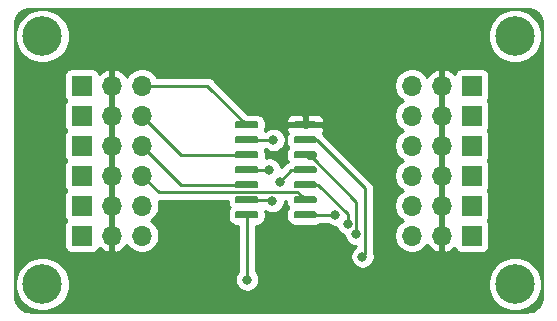
<source format=gtl>
G04 #@! TF.GenerationSoftware,KiCad,Pcbnew,5.1.5+dfsg1-2build2*
G04 #@! TF.CreationDate,2021-02-08T17:23:34+09:00*
G04 #@! TF.ProjectId,v3-pwm-buffer,76332d70-776d-42d6-9275-666665722e6b,rev?*
G04 #@! TF.SameCoordinates,Original*
G04 #@! TF.FileFunction,Copper,L1,Top*
G04 #@! TF.FilePolarity,Positive*
%FSLAX46Y46*%
G04 Gerber Fmt 4.6, Leading zero omitted, Abs format (unit mm)*
G04 Created by KiCad (PCBNEW 5.1.5+dfsg1-2build2) date 2021-02-08 17:23:34*
%MOMM*%
%LPD*%
G04 APERTURE LIST*
%ADD10O,1.700000X1.700000*%
%ADD11R,1.700000X1.700000*%
%ADD12C,0.100000*%
%ADD13C,3.350000*%
%ADD14C,0.800000*%
%ADD15C,0.250000*%
%ADD16C,0.254000*%
G04 APERTURE END LIST*
D10*
X81280000Y-55880000D03*
X83820000Y-55880000D03*
D11*
X86360000Y-55880000D03*
D10*
X81280000Y-53340000D03*
X83820000Y-53340000D03*
D11*
X86360000Y-53340000D03*
D10*
X81280000Y-50800000D03*
X83820000Y-50800000D03*
D11*
X86360000Y-50800000D03*
D10*
X81280000Y-48260000D03*
X83820000Y-48260000D03*
D11*
X86360000Y-48260000D03*
D10*
X81280000Y-45720000D03*
X83820000Y-45720000D03*
D11*
X86360000Y-45720000D03*
D10*
X81280000Y-43180000D03*
X83820000Y-43180000D03*
D11*
X86360000Y-43180000D03*
D10*
X58420000Y-55880000D03*
X55880000Y-55880000D03*
D11*
X53340000Y-55880000D03*
D10*
X58420000Y-53340000D03*
X55880000Y-53340000D03*
D11*
X53340000Y-53340000D03*
D10*
X58420000Y-50800000D03*
X55880000Y-50800000D03*
D11*
X53340000Y-50800000D03*
D10*
X58420000Y-48260000D03*
X55880000Y-48260000D03*
D11*
X53340000Y-48260000D03*
D10*
X58420000Y-45720000D03*
X55880000Y-45720000D03*
D11*
X53340000Y-45720000D03*
D10*
X58420000Y-43180000D03*
X55880000Y-43180000D03*
D11*
X53340000Y-43180000D03*
G04 #@! TA.AperFunction,SMDPad,CuDef*
D12*
G36*
X73079704Y-46215723D02*
G01*
X73094265Y-46217883D01*
X73108544Y-46221460D01*
X73122404Y-46226419D01*
X73135711Y-46232713D01*
X73148337Y-46240281D01*
X73160160Y-46249049D01*
X73171067Y-46258935D01*
X73180953Y-46269842D01*
X73189721Y-46281665D01*
X73197289Y-46294291D01*
X73203583Y-46307598D01*
X73208542Y-46321458D01*
X73212119Y-46335737D01*
X73214279Y-46350298D01*
X73215001Y-46365001D01*
X73215001Y-46665001D01*
X73214279Y-46679704D01*
X73212119Y-46694265D01*
X73208542Y-46708544D01*
X73203583Y-46722404D01*
X73197289Y-46735711D01*
X73189721Y-46748337D01*
X73180953Y-46760160D01*
X73171067Y-46771067D01*
X73160160Y-46780953D01*
X73148337Y-46789721D01*
X73135711Y-46797289D01*
X73122404Y-46803583D01*
X73108544Y-46808542D01*
X73094265Y-46812119D01*
X73079704Y-46814279D01*
X73065001Y-46815001D01*
X71415001Y-46815001D01*
X71400298Y-46814279D01*
X71385737Y-46812119D01*
X71371458Y-46808542D01*
X71357598Y-46803583D01*
X71344291Y-46797289D01*
X71331665Y-46789721D01*
X71319842Y-46780953D01*
X71308935Y-46771067D01*
X71299049Y-46760160D01*
X71290281Y-46748337D01*
X71282713Y-46735711D01*
X71276419Y-46722404D01*
X71271460Y-46708544D01*
X71267883Y-46694265D01*
X71265723Y-46679704D01*
X71265001Y-46665001D01*
X71265001Y-46365001D01*
X71265723Y-46350298D01*
X71267883Y-46335737D01*
X71271460Y-46321458D01*
X71276419Y-46307598D01*
X71282713Y-46294291D01*
X71290281Y-46281665D01*
X71299049Y-46269842D01*
X71308935Y-46258935D01*
X71319842Y-46249049D01*
X71331665Y-46240281D01*
X71344291Y-46232713D01*
X71357598Y-46226419D01*
X71371458Y-46221460D01*
X71385737Y-46217883D01*
X71400298Y-46215723D01*
X71415001Y-46215001D01*
X73065001Y-46215001D01*
X73079704Y-46215723D01*
G37*
G04 #@! TD.AperFunction*
G04 #@! TA.AperFunction,SMDPad,CuDef*
G36*
X73079704Y-47485723D02*
G01*
X73094265Y-47487883D01*
X73108544Y-47491460D01*
X73122404Y-47496419D01*
X73135711Y-47502713D01*
X73148337Y-47510281D01*
X73160160Y-47519049D01*
X73171067Y-47528935D01*
X73180953Y-47539842D01*
X73189721Y-47551665D01*
X73197289Y-47564291D01*
X73203583Y-47577598D01*
X73208542Y-47591458D01*
X73212119Y-47605737D01*
X73214279Y-47620298D01*
X73215001Y-47635001D01*
X73215001Y-47935001D01*
X73214279Y-47949704D01*
X73212119Y-47964265D01*
X73208542Y-47978544D01*
X73203583Y-47992404D01*
X73197289Y-48005711D01*
X73189721Y-48018337D01*
X73180953Y-48030160D01*
X73171067Y-48041067D01*
X73160160Y-48050953D01*
X73148337Y-48059721D01*
X73135711Y-48067289D01*
X73122404Y-48073583D01*
X73108544Y-48078542D01*
X73094265Y-48082119D01*
X73079704Y-48084279D01*
X73065001Y-48085001D01*
X71415001Y-48085001D01*
X71400298Y-48084279D01*
X71385737Y-48082119D01*
X71371458Y-48078542D01*
X71357598Y-48073583D01*
X71344291Y-48067289D01*
X71331665Y-48059721D01*
X71319842Y-48050953D01*
X71308935Y-48041067D01*
X71299049Y-48030160D01*
X71290281Y-48018337D01*
X71282713Y-48005711D01*
X71276419Y-47992404D01*
X71271460Y-47978544D01*
X71267883Y-47964265D01*
X71265723Y-47949704D01*
X71265001Y-47935001D01*
X71265001Y-47635001D01*
X71265723Y-47620298D01*
X71267883Y-47605737D01*
X71271460Y-47591458D01*
X71276419Y-47577598D01*
X71282713Y-47564291D01*
X71290281Y-47551665D01*
X71299049Y-47539842D01*
X71308935Y-47528935D01*
X71319842Y-47519049D01*
X71331665Y-47510281D01*
X71344291Y-47502713D01*
X71357598Y-47496419D01*
X71371458Y-47491460D01*
X71385737Y-47487883D01*
X71400298Y-47485723D01*
X71415001Y-47485001D01*
X73065001Y-47485001D01*
X73079704Y-47485723D01*
G37*
G04 #@! TD.AperFunction*
G04 #@! TA.AperFunction,SMDPad,CuDef*
G36*
X73079704Y-48755723D02*
G01*
X73094265Y-48757883D01*
X73108544Y-48761460D01*
X73122404Y-48766419D01*
X73135711Y-48772713D01*
X73148337Y-48780281D01*
X73160160Y-48789049D01*
X73171067Y-48798935D01*
X73180953Y-48809842D01*
X73189721Y-48821665D01*
X73197289Y-48834291D01*
X73203583Y-48847598D01*
X73208542Y-48861458D01*
X73212119Y-48875737D01*
X73214279Y-48890298D01*
X73215001Y-48905001D01*
X73215001Y-49205001D01*
X73214279Y-49219704D01*
X73212119Y-49234265D01*
X73208542Y-49248544D01*
X73203583Y-49262404D01*
X73197289Y-49275711D01*
X73189721Y-49288337D01*
X73180953Y-49300160D01*
X73171067Y-49311067D01*
X73160160Y-49320953D01*
X73148337Y-49329721D01*
X73135711Y-49337289D01*
X73122404Y-49343583D01*
X73108544Y-49348542D01*
X73094265Y-49352119D01*
X73079704Y-49354279D01*
X73065001Y-49355001D01*
X71415001Y-49355001D01*
X71400298Y-49354279D01*
X71385737Y-49352119D01*
X71371458Y-49348542D01*
X71357598Y-49343583D01*
X71344291Y-49337289D01*
X71331665Y-49329721D01*
X71319842Y-49320953D01*
X71308935Y-49311067D01*
X71299049Y-49300160D01*
X71290281Y-49288337D01*
X71282713Y-49275711D01*
X71276419Y-49262404D01*
X71271460Y-49248544D01*
X71267883Y-49234265D01*
X71265723Y-49219704D01*
X71265001Y-49205001D01*
X71265001Y-48905001D01*
X71265723Y-48890298D01*
X71267883Y-48875737D01*
X71271460Y-48861458D01*
X71276419Y-48847598D01*
X71282713Y-48834291D01*
X71290281Y-48821665D01*
X71299049Y-48809842D01*
X71308935Y-48798935D01*
X71319842Y-48789049D01*
X71331665Y-48780281D01*
X71344291Y-48772713D01*
X71357598Y-48766419D01*
X71371458Y-48761460D01*
X71385737Y-48757883D01*
X71400298Y-48755723D01*
X71415001Y-48755001D01*
X73065001Y-48755001D01*
X73079704Y-48755723D01*
G37*
G04 #@! TD.AperFunction*
G04 #@! TA.AperFunction,SMDPad,CuDef*
G36*
X73079704Y-50025723D02*
G01*
X73094265Y-50027883D01*
X73108544Y-50031460D01*
X73122404Y-50036419D01*
X73135711Y-50042713D01*
X73148337Y-50050281D01*
X73160160Y-50059049D01*
X73171067Y-50068935D01*
X73180953Y-50079842D01*
X73189721Y-50091665D01*
X73197289Y-50104291D01*
X73203583Y-50117598D01*
X73208542Y-50131458D01*
X73212119Y-50145737D01*
X73214279Y-50160298D01*
X73215001Y-50175001D01*
X73215001Y-50475001D01*
X73214279Y-50489704D01*
X73212119Y-50504265D01*
X73208542Y-50518544D01*
X73203583Y-50532404D01*
X73197289Y-50545711D01*
X73189721Y-50558337D01*
X73180953Y-50570160D01*
X73171067Y-50581067D01*
X73160160Y-50590953D01*
X73148337Y-50599721D01*
X73135711Y-50607289D01*
X73122404Y-50613583D01*
X73108544Y-50618542D01*
X73094265Y-50622119D01*
X73079704Y-50624279D01*
X73065001Y-50625001D01*
X71415001Y-50625001D01*
X71400298Y-50624279D01*
X71385737Y-50622119D01*
X71371458Y-50618542D01*
X71357598Y-50613583D01*
X71344291Y-50607289D01*
X71331665Y-50599721D01*
X71319842Y-50590953D01*
X71308935Y-50581067D01*
X71299049Y-50570160D01*
X71290281Y-50558337D01*
X71282713Y-50545711D01*
X71276419Y-50532404D01*
X71271460Y-50518544D01*
X71267883Y-50504265D01*
X71265723Y-50489704D01*
X71265001Y-50475001D01*
X71265001Y-50175001D01*
X71265723Y-50160298D01*
X71267883Y-50145737D01*
X71271460Y-50131458D01*
X71276419Y-50117598D01*
X71282713Y-50104291D01*
X71290281Y-50091665D01*
X71299049Y-50079842D01*
X71308935Y-50068935D01*
X71319842Y-50059049D01*
X71331665Y-50050281D01*
X71344291Y-50042713D01*
X71357598Y-50036419D01*
X71371458Y-50031460D01*
X71385737Y-50027883D01*
X71400298Y-50025723D01*
X71415001Y-50025001D01*
X73065001Y-50025001D01*
X73079704Y-50025723D01*
G37*
G04 #@! TD.AperFunction*
G04 #@! TA.AperFunction,SMDPad,CuDef*
G36*
X73079704Y-51295723D02*
G01*
X73094265Y-51297883D01*
X73108544Y-51301460D01*
X73122404Y-51306419D01*
X73135711Y-51312713D01*
X73148337Y-51320281D01*
X73160160Y-51329049D01*
X73171067Y-51338935D01*
X73180953Y-51349842D01*
X73189721Y-51361665D01*
X73197289Y-51374291D01*
X73203583Y-51387598D01*
X73208542Y-51401458D01*
X73212119Y-51415737D01*
X73214279Y-51430298D01*
X73215001Y-51445001D01*
X73215001Y-51745001D01*
X73214279Y-51759704D01*
X73212119Y-51774265D01*
X73208542Y-51788544D01*
X73203583Y-51802404D01*
X73197289Y-51815711D01*
X73189721Y-51828337D01*
X73180953Y-51840160D01*
X73171067Y-51851067D01*
X73160160Y-51860953D01*
X73148337Y-51869721D01*
X73135711Y-51877289D01*
X73122404Y-51883583D01*
X73108544Y-51888542D01*
X73094265Y-51892119D01*
X73079704Y-51894279D01*
X73065001Y-51895001D01*
X71415001Y-51895001D01*
X71400298Y-51894279D01*
X71385737Y-51892119D01*
X71371458Y-51888542D01*
X71357598Y-51883583D01*
X71344291Y-51877289D01*
X71331665Y-51869721D01*
X71319842Y-51860953D01*
X71308935Y-51851067D01*
X71299049Y-51840160D01*
X71290281Y-51828337D01*
X71282713Y-51815711D01*
X71276419Y-51802404D01*
X71271460Y-51788544D01*
X71267883Y-51774265D01*
X71265723Y-51759704D01*
X71265001Y-51745001D01*
X71265001Y-51445001D01*
X71265723Y-51430298D01*
X71267883Y-51415737D01*
X71271460Y-51401458D01*
X71276419Y-51387598D01*
X71282713Y-51374291D01*
X71290281Y-51361665D01*
X71299049Y-51349842D01*
X71308935Y-51338935D01*
X71319842Y-51329049D01*
X71331665Y-51320281D01*
X71344291Y-51312713D01*
X71357598Y-51306419D01*
X71371458Y-51301460D01*
X71385737Y-51297883D01*
X71400298Y-51295723D01*
X71415001Y-51295001D01*
X73065001Y-51295001D01*
X73079704Y-51295723D01*
G37*
G04 #@! TD.AperFunction*
G04 #@! TA.AperFunction,SMDPad,CuDef*
G36*
X73079704Y-52565723D02*
G01*
X73094265Y-52567883D01*
X73108544Y-52571460D01*
X73122404Y-52576419D01*
X73135711Y-52582713D01*
X73148337Y-52590281D01*
X73160160Y-52599049D01*
X73171067Y-52608935D01*
X73180953Y-52619842D01*
X73189721Y-52631665D01*
X73197289Y-52644291D01*
X73203583Y-52657598D01*
X73208542Y-52671458D01*
X73212119Y-52685737D01*
X73214279Y-52700298D01*
X73215001Y-52715001D01*
X73215001Y-53015001D01*
X73214279Y-53029704D01*
X73212119Y-53044265D01*
X73208542Y-53058544D01*
X73203583Y-53072404D01*
X73197289Y-53085711D01*
X73189721Y-53098337D01*
X73180953Y-53110160D01*
X73171067Y-53121067D01*
X73160160Y-53130953D01*
X73148337Y-53139721D01*
X73135711Y-53147289D01*
X73122404Y-53153583D01*
X73108544Y-53158542D01*
X73094265Y-53162119D01*
X73079704Y-53164279D01*
X73065001Y-53165001D01*
X71415001Y-53165001D01*
X71400298Y-53164279D01*
X71385737Y-53162119D01*
X71371458Y-53158542D01*
X71357598Y-53153583D01*
X71344291Y-53147289D01*
X71331665Y-53139721D01*
X71319842Y-53130953D01*
X71308935Y-53121067D01*
X71299049Y-53110160D01*
X71290281Y-53098337D01*
X71282713Y-53085711D01*
X71276419Y-53072404D01*
X71271460Y-53058544D01*
X71267883Y-53044265D01*
X71265723Y-53029704D01*
X71265001Y-53015001D01*
X71265001Y-52715001D01*
X71265723Y-52700298D01*
X71267883Y-52685737D01*
X71271460Y-52671458D01*
X71276419Y-52657598D01*
X71282713Y-52644291D01*
X71290281Y-52631665D01*
X71299049Y-52619842D01*
X71308935Y-52608935D01*
X71319842Y-52599049D01*
X71331665Y-52590281D01*
X71344291Y-52582713D01*
X71357598Y-52576419D01*
X71371458Y-52571460D01*
X71385737Y-52567883D01*
X71400298Y-52565723D01*
X71415001Y-52565001D01*
X73065001Y-52565001D01*
X73079704Y-52565723D01*
G37*
G04 #@! TD.AperFunction*
G04 #@! TA.AperFunction,SMDPad,CuDef*
G36*
X73079704Y-53835723D02*
G01*
X73094265Y-53837883D01*
X73108544Y-53841460D01*
X73122404Y-53846419D01*
X73135711Y-53852713D01*
X73148337Y-53860281D01*
X73160160Y-53869049D01*
X73171067Y-53878935D01*
X73180953Y-53889842D01*
X73189721Y-53901665D01*
X73197289Y-53914291D01*
X73203583Y-53927598D01*
X73208542Y-53941458D01*
X73212119Y-53955737D01*
X73214279Y-53970298D01*
X73215001Y-53985001D01*
X73215001Y-54285001D01*
X73214279Y-54299704D01*
X73212119Y-54314265D01*
X73208542Y-54328544D01*
X73203583Y-54342404D01*
X73197289Y-54355711D01*
X73189721Y-54368337D01*
X73180953Y-54380160D01*
X73171067Y-54391067D01*
X73160160Y-54400953D01*
X73148337Y-54409721D01*
X73135711Y-54417289D01*
X73122404Y-54423583D01*
X73108544Y-54428542D01*
X73094265Y-54432119D01*
X73079704Y-54434279D01*
X73065001Y-54435001D01*
X71415001Y-54435001D01*
X71400298Y-54434279D01*
X71385737Y-54432119D01*
X71371458Y-54428542D01*
X71357598Y-54423583D01*
X71344291Y-54417289D01*
X71331665Y-54409721D01*
X71319842Y-54400953D01*
X71308935Y-54391067D01*
X71299049Y-54380160D01*
X71290281Y-54368337D01*
X71282713Y-54355711D01*
X71276419Y-54342404D01*
X71271460Y-54328544D01*
X71267883Y-54314265D01*
X71265723Y-54299704D01*
X71265001Y-54285001D01*
X71265001Y-53985001D01*
X71265723Y-53970298D01*
X71267883Y-53955737D01*
X71271460Y-53941458D01*
X71276419Y-53927598D01*
X71282713Y-53914291D01*
X71290281Y-53901665D01*
X71299049Y-53889842D01*
X71308935Y-53878935D01*
X71319842Y-53869049D01*
X71331665Y-53860281D01*
X71344291Y-53852713D01*
X71357598Y-53846419D01*
X71371458Y-53841460D01*
X71385737Y-53837883D01*
X71400298Y-53835723D01*
X71415001Y-53835001D01*
X73065001Y-53835001D01*
X73079704Y-53835723D01*
G37*
G04 #@! TD.AperFunction*
G04 #@! TA.AperFunction,SMDPad,CuDef*
G36*
X68129704Y-53835723D02*
G01*
X68144265Y-53837883D01*
X68158544Y-53841460D01*
X68172404Y-53846419D01*
X68185711Y-53852713D01*
X68198337Y-53860281D01*
X68210160Y-53869049D01*
X68221067Y-53878935D01*
X68230953Y-53889842D01*
X68239721Y-53901665D01*
X68247289Y-53914291D01*
X68253583Y-53927598D01*
X68258542Y-53941458D01*
X68262119Y-53955737D01*
X68264279Y-53970298D01*
X68265001Y-53985001D01*
X68265001Y-54285001D01*
X68264279Y-54299704D01*
X68262119Y-54314265D01*
X68258542Y-54328544D01*
X68253583Y-54342404D01*
X68247289Y-54355711D01*
X68239721Y-54368337D01*
X68230953Y-54380160D01*
X68221067Y-54391067D01*
X68210160Y-54400953D01*
X68198337Y-54409721D01*
X68185711Y-54417289D01*
X68172404Y-54423583D01*
X68158544Y-54428542D01*
X68144265Y-54432119D01*
X68129704Y-54434279D01*
X68115001Y-54435001D01*
X66465001Y-54435001D01*
X66450298Y-54434279D01*
X66435737Y-54432119D01*
X66421458Y-54428542D01*
X66407598Y-54423583D01*
X66394291Y-54417289D01*
X66381665Y-54409721D01*
X66369842Y-54400953D01*
X66358935Y-54391067D01*
X66349049Y-54380160D01*
X66340281Y-54368337D01*
X66332713Y-54355711D01*
X66326419Y-54342404D01*
X66321460Y-54328544D01*
X66317883Y-54314265D01*
X66315723Y-54299704D01*
X66315001Y-54285001D01*
X66315001Y-53985001D01*
X66315723Y-53970298D01*
X66317883Y-53955737D01*
X66321460Y-53941458D01*
X66326419Y-53927598D01*
X66332713Y-53914291D01*
X66340281Y-53901665D01*
X66349049Y-53889842D01*
X66358935Y-53878935D01*
X66369842Y-53869049D01*
X66381665Y-53860281D01*
X66394291Y-53852713D01*
X66407598Y-53846419D01*
X66421458Y-53841460D01*
X66435737Y-53837883D01*
X66450298Y-53835723D01*
X66465001Y-53835001D01*
X68115001Y-53835001D01*
X68129704Y-53835723D01*
G37*
G04 #@! TD.AperFunction*
G04 #@! TA.AperFunction,SMDPad,CuDef*
G36*
X68129704Y-52565723D02*
G01*
X68144265Y-52567883D01*
X68158544Y-52571460D01*
X68172404Y-52576419D01*
X68185711Y-52582713D01*
X68198337Y-52590281D01*
X68210160Y-52599049D01*
X68221067Y-52608935D01*
X68230953Y-52619842D01*
X68239721Y-52631665D01*
X68247289Y-52644291D01*
X68253583Y-52657598D01*
X68258542Y-52671458D01*
X68262119Y-52685737D01*
X68264279Y-52700298D01*
X68265001Y-52715001D01*
X68265001Y-53015001D01*
X68264279Y-53029704D01*
X68262119Y-53044265D01*
X68258542Y-53058544D01*
X68253583Y-53072404D01*
X68247289Y-53085711D01*
X68239721Y-53098337D01*
X68230953Y-53110160D01*
X68221067Y-53121067D01*
X68210160Y-53130953D01*
X68198337Y-53139721D01*
X68185711Y-53147289D01*
X68172404Y-53153583D01*
X68158544Y-53158542D01*
X68144265Y-53162119D01*
X68129704Y-53164279D01*
X68115001Y-53165001D01*
X66465001Y-53165001D01*
X66450298Y-53164279D01*
X66435737Y-53162119D01*
X66421458Y-53158542D01*
X66407598Y-53153583D01*
X66394291Y-53147289D01*
X66381665Y-53139721D01*
X66369842Y-53130953D01*
X66358935Y-53121067D01*
X66349049Y-53110160D01*
X66340281Y-53098337D01*
X66332713Y-53085711D01*
X66326419Y-53072404D01*
X66321460Y-53058544D01*
X66317883Y-53044265D01*
X66315723Y-53029704D01*
X66315001Y-53015001D01*
X66315001Y-52715001D01*
X66315723Y-52700298D01*
X66317883Y-52685737D01*
X66321460Y-52671458D01*
X66326419Y-52657598D01*
X66332713Y-52644291D01*
X66340281Y-52631665D01*
X66349049Y-52619842D01*
X66358935Y-52608935D01*
X66369842Y-52599049D01*
X66381665Y-52590281D01*
X66394291Y-52582713D01*
X66407598Y-52576419D01*
X66421458Y-52571460D01*
X66435737Y-52567883D01*
X66450298Y-52565723D01*
X66465001Y-52565001D01*
X68115001Y-52565001D01*
X68129704Y-52565723D01*
G37*
G04 #@! TD.AperFunction*
G04 #@! TA.AperFunction,SMDPad,CuDef*
G36*
X68129704Y-51295723D02*
G01*
X68144265Y-51297883D01*
X68158544Y-51301460D01*
X68172404Y-51306419D01*
X68185711Y-51312713D01*
X68198337Y-51320281D01*
X68210160Y-51329049D01*
X68221067Y-51338935D01*
X68230953Y-51349842D01*
X68239721Y-51361665D01*
X68247289Y-51374291D01*
X68253583Y-51387598D01*
X68258542Y-51401458D01*
X68262119Y-51415737D01*
X68264279Y-51430298D01*
X68265001Y-51445001D01*
X68265001Y-51745001D01*
X68264279Y-51759704D01*
X68262119Y-51774265D01*
X68258542Y-51788544D01*
X68253583Y-51802404D01*
X68247289Y-51815711D01*
X68239721Y-51828337D01*
X68230953Y-51840160D01*
X68221067Y-51851067D01*
X68210160Y-51860953D01*
X68198337Y-51869721D01*
X68185711Y-51877289D01*
X68172404Y-51883583D01*
X68158544Y-51888542D01*
X68144265Y-51892119D01*
X68129704Y-51894279D01*
X68115001Y-51895001D01*
X66465001Y-51895001D01*
X66450298Y-51894279D01*
X66435737Y-51892119D01*
X66421458Y-51888542D01*
X66407598Y-51883583D01*
X66394291Y-51877289D01*
X66381665Y-51869721D01*
X66369842Y-51860953D01*
X66358935Y-51851067D01*
X66349049Y-51840160D01*
X66340281Y-51828337D01*
X66332713Y-51815711D01*
X66326419Y-51802404D01*
X66321460Y-51788544D01*
X66317883Y-51774265D01*
X66315723Y-51759704D01*
X66315001Y-51745001D01*
X66315001Y-51445001D01*
X66315723Y-51430298D01*
X66317883Y-51415737D01*
X66321460Y-51401458D01*
X66326419Y-51387598D01*
X66332713Y-51374291D01*
X66340281Y-51361665D01*
X66349049Y-51349842D01*
X66358935Y-51338935D01*
X66369842Y-51329049D01*
X66381665Y-51320281D01*
X66394291Y-51312713D01*
X66407598Y-51306419D01*
X66421458Y-51301460D01*
X66435737Y-51297883D01*
X66450298Y-51295723D01*
X66465001Y-51295001D01*
X68115001Y-51295001D01*
X68129704Y-51295723D01*
G37*
G04 #@! TD.AperFunction*
G04 #@! TA.AperFunction,SMDPad,CuDef*
G36*
X68129704Y-50025723D02*
G01*
X68144265Y-50027883D01*
X68158544Y-50031460D01*
X68172404Y-50036419D01*
X68185711Y-50042713D01*
X68198337Y-50050281D01*
X68210160Y-50059049D01*
X68221067Y-50068935D01*
X68230953Y-50079842D01*
X68239721Y-50091665D01*
X68247289Y-50104291D01*
X68253583Y-50117598D01*
X68258542Y-50131458D01*
X68262119Y-50145737D01*
X68264279Y-50160298D01*
X68265001Y-50175001D01*
X68265001Y-50475001D01*
X68264279Y-50489704D01*
X68262119Y-50504265D01*
X68258542Y-50518544D01*
X68253583Y-50532404D01*
X68247289Y-50545711D01*
X68239721Y-50558337D01*
X68230953Y-50570160D01*
X68221067Y-50581067D01*
X68210160Y-50590953D01*
X68198337Y-50599721D01*
X68185711Y-50607289D01*
X68172404Y-50613583D01*
X68158544Y-50618542D01*
X68144265Y-50622119D01*
X68129704Y-50624279D01*
X68115001Y-50625001D01*
X66465001Y-50625001D01*
X66450298Y-50624279D01*
X66435737Y-50622119D01*
X66421458Y-50618542D01*
X66407598Y-50613583D01*
X66394291Y-50607289D01*
X66381665Y-50599721D01*
X66369842Y-50590953D01*
X66358935Y-50581067D01*
X66349049Y-50570160D01*
X66340281Y-50558337D01*
X66332713Y-50545711D01*
X66326419Y-50532404D01*
X66321460Y-50518544D01*
X66317883Y-50504265D01*
X66315723Y-50489704D01*
X66315001Y-50475001D01*
X66315001Y-50175001D01*
X66315723Y-50160298D01*
X66317883Y-50145737D01*
X66321460Y-50131458D01*
X66326419Y-50117598D01*
X66332713Y-50104291D01*
X66340281Y-50091665D01*
X66349049Y-50079842D01*
X66358935Y-50068935D01*
X66369842Y-50059049D01*
X66381665Y-50050281D01*
X66394291Y-50042713D01*
X66407598Y-50036419D01*
X66421458Y-50031460D01*
X66435737Y-50027883D01*
X66450298Y-50025723D01*
X66465001Y-50025001D01*
X68115001Y-50025001D01*
X68129704Y-50025723D01*
G37*
G04 #@! TD.AperFunction*
G04 #@! TA.AperFunction,SMDPad,CuDef*
G36*
X68129704Y-48755723D02*
G01*
X68144265Y-48757883D01*
X68158544Y-48761460D01*
X68172404Y-48766419D01*
X68185711Y-48772713D01*
X68198337Y-48780281D01*
X68210160Y-48789049D01*
X68221067Y-48798935D01*
X68230953Y-48809842D01*
X68239721Y-48821665D01*
X68247289Y-48834291D01*
X68253583Y-48847598D01*
X68258542Y-48861458D01*
X68262119Y-48875737D01*
X68264279Y-48890298D01*
X68265001Y-48905001D01*
X68265001Y-49205001D01*
X68264279Y-49219704D01*
X68262119Y-49234265D01*
X68258542Y-49248544D01*
X68253583Y-49262404D01*
X68247289Y-49275711D01*
X68239721Y-49288337D01*
X68230953Y-49300160D01*
X68221067Y-49311067D01*
X68210160Y-49320953D01*
X68198337Y-49329721D01*
X68185711Y-49337289D01*
X68172404Y-49343583D01*
X68158544Y-49348542D01*
X68144265Y-49352119D01*
X68129704Y-49354279D01*
X68115001Y-49355001D01*
X66465001Y-49355001D01*
X66450298Y-49354279D01*
X66435737Y-49352119D01*
X66421458Y-49348542D01*
X66407598Y-49343583D01*
X66394291Y-49337289D01*
X66381665Y-49329721D01*
X66369842Y-49320953D01*
X66358935Y-49311067D01*
X66349049Y-49300160D01*
X66340281Y-49288337D01*
X66332713Y-49275711D01*
X66326419Y-49262404D01*
X66321460Y-49248544D01*
X66317883Y-49234265D01*
X66315723Y-49219704D01*
X66315001Y-49205001D01*
X66315001Y-48905001D01*
X66315723Y-48890298D01*
X66317883Y-48875737D01*
X66321460Y-48861458D01*
X66326419Y-48847598D01*
X66332713Y-48834291D01*
X66340281Y-48821665D01*
X66349049Y-48809842D01*
X66358935Y-48798935D01*
X66369842Y-48789049D01*
X66381665Y-48780281D01*
X66394291Y-48772713D01*
X66407598Y-48766419D01*
X66421458Y-48761460D01*
X66435737Y-48757883D01*
X66450298Y-48755723D01*
X66465001Y-48755001D01*
X68115001Y-48755001D01*
X68129704Y-48755723D01*
G37*
G04 #@! TD.AperFunction*
G04 #@! TA.AperFunction,SMDPad,CuDef*
G36*
X68129704Y-47485723D02*
G01*
X68144265Y-47487883D01*
X68158544Y-47491460D01*
X68172404Y-47496419D01*
X68185711Y-47502713D01*
X68198337Y-47510281D01*
X68210160Y-47519049D01*
X68221067Y-47528935D01*
X68230953Y-47539842D01*
X68239721Y-47551665D01*
X68247289Y-47564291D01*
X68253583Y-47577598D01*
X68258542Y-47591458D01*
X68262119Y-47605737D01*
X68264279Y-47620298D01*
X68265001Y-47635001D01*
X68265001Y-47935001D01*
X68264279Y-47949704D01*
X68262119Y-47964265D01*
X68258542Y-47978544D01*
X68253583Y-47992404D01*
X68247289Y-48005711D01*
X68239721Y-48018337D01*
X68230953Y-48030160D01*
X68221067Y-48041067D01*
X68210160Y-48050953D01*
X68198337Y-48059721D01*
X68185711Y-48067289D01*
X68172404Y-48073583D01*
X68158544Y-48078542D01*
X68144265Y-48082119D01*
X68129704Y-48084279D01*
X68115001Y-48085001D01*
X66465001Y-48085001D01*
X66450298Y-48084279D01*
X66435737Y-48082119D01*
X66421458Y-48078542D01*
X66407598Y-48073583D01*
X66394291Y-48067289D01*
X66381665Y-48059721D01*
X66369842Y-48050953D01*
X66358935Y-48041067D01*
X66349049Y-48030160D01*
X66340281Y-48018337D01*
X66332713Y-48005711D01*
X66326419Y-47992404D01*
X66321460Y-47978544D01*
X66317883Y-47964265D01*
X66315723Y-47949704D01*
X66315001Y-47935001D01*
X66315001Y-47635001D01*
X66315723Y-47620298D01*
X66317883Y-47605737D01*
X66321460Y-47591458D01*
X66326419Y-47577598D01*
X66332713Y-47564291D01*
X66340281Y-47551665D01*
X66349049Y-47539842D01*
X66358935Y-47528935D01*
X66369842Y-47519049D01*
X66381665Y-47510281D01*
X66394291Y-47502713D01*
X66407598Y-47496419D01*
X66421458Y-47491460D01*
X66435737Y-47487883D01*
X66450298Y-47485723D01*
X66465001Y-47485001D01*
X68115001Y-47485001D01*
X68129704Y-47485723D01*
G37*
G04 #@! TD.AperFunction*
G04 #@! TA.AperFunction,SMDPad,CuDef*
G36*
X68129704Y-46215723D02*
G01*
X68144265Y-46217883D01*
X68158544Y-46221460D01*
X68172404Y-46226419D01*
X68185711Y-46232713D01*
X68198337Y-46240281D01*
X68210160Y-46249049D01*
X68221067Y-46258935D01*
X68230953Y-46269842D01*
X68239721Y-46281665D01*
X68247289Y-46294291D01*
X68253583Y-46307598D01*
X68258542Y-46321458D01*
X68262119Y-46335737D01*
X68264279Y-46350298D01*
X68265001Y-46365001D01*
X68265001Y-46665001D01*
X68264279Y-46679704D01*
X68262119Y-46694265D01*
X68258542Y-46708544D01*
X68253583Y-46722404D01*
X68247289Y-46735711D01*
X68239721Y-46748337D01*
X68230953Y-46760160D01*
X68221067Y-46771067D01*
X68210160Y-46780953D01*
X68198337Y-46789721D01*
X68185711Y-46797289D01*
X68172404Y-46803583D01*
X68158544Y-46808542D01*
X68144265Y-46812119D01*
X68129704Y-46814279D01*
X68115001Y-46815001D01*
X66465001Y-46815001D01*
X66450298Y-46814279D01*
X66435737Y-46812119D01*
X66421458Y-46808542D01*
X66407598Y-46803583D01*
X66394291Y-46797289D01*
X66381665Y-46789721D01*
X66369842Y-46780953D01*
X66358935Y-46771067D01*
X66349049Y-46760160D01*
X66340281Y-46748337D01*
X66332713Y-46735711D01*
X66326419Y-46722404D01*
X66321460Y-46708544D01*
X66317883Y-46694265D01*
X66315723Y-46679704D01*
X66315001Y-46665001D01*
X66315001Y-46365001D01*
X66315723Y-46350298D01*
X66317883Y-46335737D01*
X66321460Y-46321458D01*
X66326419Y-46307598D01*
X66332713Y-46294291D01*
X66340281Y-46281665D01*
X66349049Y-46269842D01*
X66358935Y-46258935D01*
X66369842Y-46249049D01*
X66381665Y-46240281D01*
X66394291Y-46232713D01*
X66407598Y-46226419D01*
X66421458Y-46221460D01*
X66435737Y-46217883D01*
X66450298Y-46215723D01*
X66465001Y-46215001D01*
X68115001Y-46215001D01*
X68129704Y-46215723D01*
G37*
G04 #@! TD.AperFunction*
D13*
X90000000Y-39000000D03*
X90000000Y-60000000D03*
X50000000Y-39000000D03*
X50000000Y-60000000D03*
D14*
X67335400Y-59613800D03*
X70104000Y-51308000D03*
X77089000Y-57658000D03*
X69562999Y-47785001D03*
X69215000Y-50292000D03*
X69469000Y-52959000D03*
X74803000Y-54102000D03*
X75856000Y-54864000D03*
X76581000Y-55753000D03*
D15*
X63955000Y-43180000D02*
X67290001Y-46515001D01*
X58420000Y-43180000D02*
X63955000Y-43180000D01*
X67290001Y-54435001D02*
X67310000Y-54455000D01*
X67290001Y-54135001D02*
X67290001Y-54435001D01*
X67310000Y-59588400D02*
X67335400Y-59613800D01*
X67310000Y-54455000D02*
X67310000Y-59588400D01*
X61755001Y-49055001D02*
X67290001Y-49055001D01*
X58420000Y-45720000D02*
X61755001Y-49055001D01*
X61755001Y-51595001D02*
X67290001Y-51595001D01*
X58420000Y-48260000D02*
X61755001Y-51595001D01*
X71940001Y-52565001D02*
X72240001Y-52865001D01*
X71595011Y-52220011D02*
X71940001Y-52565001D01*
X59840011Y-52220011D02*
X71595011Y-52220011D01*
X58420000Y-50800000D02*
X59840011Y-52220011D01*
X72240001Y-50325001D02*
X71086999Y-50325001D01*
X71086999Y-50325001D02*
X70104000Y-51308000D01*
X77306001Y-51876001D02*
X77306001Y-57440999D01*
X73215001Y-47785001D02*
X77306001Y-51876001D01*
X77306001Y-57440999D02*
X77089000Y-57658000D01*
X72240001Y-47785001D02*
X73215001Y-47785001D01*
X67290001Y-47785001D02*
X69562999Y-47785001D01*
X69181999Y-50325001D02*
X69215000Y-50292000D01*
X67290001Y-50325001D02*
X69181999Y-50325001D01*
X67290001Y-52865001D02*
X69375001Y-52865001D01*
X69375001Y-52916769D02*
X69417232Y-52959000D01*
X69417232Y-52959000D02*
X69469000Y-52959000D01*
X69375001Y-52865001D02*
X69375001Y-52916769D01*
X73248002Y-54102000D02*
X74803000Y-54102000D01*
X73215001Y-54135001D02*
X73248002Y-54102000D01*
X72240001Y-54135001D02*
X73215001Y-54135001D01*
X75856000Y-54081998D02*
X75856000Y-54864000D01*
X73369003Y-51595001D02*
X75856000Y-54081998D01*
X72240001Y-51595001D02*
X73369003Y-51595001D01*
X72916769Y-49355001D02*
X76581000Y-53019232D01*
X72540001Y-49355001D02*
X72916769Y-49355001D01*
X72240001Y-49055001D02*
X72540001Y-49355001D01*
X76581000Y-53019232D02*
X76581000Y-55753000D01*
D16*
G36*
X91259659Y-36688625D02*
G01*
X91509429Y-36764035D01*
X91739792Y-36886522D01*
X91941980Y-37051422D01*
X92108286Y-37252450D01*
X92232378Y-37481954D01*
X92309531Y-37731195D01*
X92340000Y-38021089D01*
X92340001Y-60967711D01*
X92311375Y-61259660D01*
X92235965Y-61509429D01*
X92113477Y-61739794D01*
X91948579Y-61941979D01*
X91747546Y-62108288D01*
X91518046Y-62232378D01*
X91268805Y-62309531D01*
X90978911Y-62340000D01*
X49032279Y-62340000D01*
X48740340Y-62311375D01*
X48490571Y-62235965D01*
X48260206Y-62113477D01*
X48058021Y-61948579D01*
X47891712Y-61747546D01*
X47767622Y-61518046D01*
X47690469Y-61268805D01*
X47660000Y-60978911D01*
X47660000Y-59772485D01*
X47690000Y-59772485D01*
X47690000Y-60227515D01*
X47778772Y-60673802D01*
X47952905Y-61094195D01*
X48205706Y-61472539D01*
X48527461Y-61794294D01*
X48905805Y-62047095D01*
X49326198Y-62221228D01*
X49772485Y-62310000D01*
X50227515Y-62310000D01*
X50673802Y-62221228D01*
X51094195Y-62047095D01*
X51472539Y-61794294D01*
X51794294Y-61472539D01*
X52047095Y-61094195D01*
X52221228Y-60673802D01*
X52310000Y-60227515D01*
X52310000Y-59772485D01*
X52221228Y-59326198D01*
X52047095Y-58905805D01*
X51794294Y-58527461D01*
X51472539Y-58205706D01*
X51094195Y-57952905D01*
X50673802Y-57778772D01*
X50227515Y-57690000D01*
X49772485Y-57690000D01*
X49326198Y-57778772D01*
X48905805Y-57952905D01*
X48527461Y-58205706D01*
X48205706Y-58527461D01*
X47952905Y-58905805D01*
X47778772Y-59326198D01*
X47690000Y-59772485D01*
X47660000Y-59772485D01*
X47660000Y-42330000D01*
X51851928Y-42330000D01*
X51851928Y-44030000D01*
X51864188Y-44154482D01*
X51900498Y-44274180D01*
X51959463Y-44384494D01*
X52013222Y-44450000D01*
X51959463Y-44515506D01*
X51900498Y-44625820D01*
X51864188Y-44745518D01*
X51851928Y-44870000D01*
X51851928Y-46570000D01*
X51864188Y-46694482D01*
X51900498Y-46814180D01*
X51959463Y-46924494D01*
X52013222Y-46990000D01*
X51959463Y-47055506D01*
X51900498Y-47165820D01*
X51864188Y-47285518D01*
X51851928Y-47410000D01*
X51851928Y-49110000D01*
X51864188Y-49234482D01*
X51900498Y-49354180D01*
X51959463Y-49464494D01*
X52013222Y-49530000D01*
X51959463Y-49595506D01*
X51900498Y-49705820D01*
X51864188Y-49825518D01*
X51851928Y-49950000D01*
X51851928Y-51650000D01*
X51864188Y-51774482D01*
X51900498Y-51894180D01*
X51959463Y-52004494D01*
X52013222Y-52070000D01*
X51959463Y-52135506D01*
X51900498Y-52245820D01*
X51864188Y-52365518D01*
X51851928Y-52490000D01*
X51851928Y-54190000D01*
X51864188Y-54314482D01*
X51900498Y-54434180D01*
X51959463Y-54544494D01*
X52013222Y-54610000D01*
X51959463Y-54675506D01*
X51900498Y-54785820D01*
X51864188Y-54905518D01*
X51851928Y-55030000D01*
X51851928Y-56730000D01*
X51864188Y-56854482D01*
X51900498Y-56974180D01*
X51959463Y-57084494D01*
X52038815Y-57181185D01*
X52135506Y-57260537D01*
X52245820Y-57319502D01*
X52365518Y-57355812D01*
X52490000Y-57368072D01*
X54190000Y-57368072D01*
X54314482Y-57355812D01*
X54434180Y-57319502D01*
X54544494Y-57260537D01*
X54641185Y-57181185D01*
X54720537Y-57084494D01*
X54779502Y-56974180D01*
X54803966Y-56893534D01*
X54879731Y-56977588D01*
X55113080Y-57151641D01*
X55375901Y-57276825D01*
X55523110Y-57321476D01*
X55753000Y-57200155D01*
X55753000Y-56007000D01*
X55733000Y-56007000D01*
X55733000Y-55753000D01*
X55753000Y-55753000D01*
X55753000Y-53467000D01*
X55733000Y-53467000D01*
X55733000Y-53213000D01*
X55753000Y-53213000D01*
X55753000Y-50927000D01*
X55733000Y-50927000D01*
X55733000Y-50673000D01*
X55753000Y-50673000D01*
X55753000Y-48387000D01*
X55733000Y-48387000D01*
X55733000Y-48133000D01*
X55753000Y-48133000D01*
X55753000Y-45847000D01*
X55733000Y-45847000D01*
X55733000Y-45593000D01*
X55753000Y-45593000D01*
X55753000Y-43307000D01*
X55733000Y-43307000D01*
X55733000Y-43053000D01*
X55753000Y-43053000D01*
X55753000Y-41859845D01*
X56007000Y-41859845D01*
X56007000Y-43053000D01*
X56027000Y-43053000D01*
X56027000Y-43307000D01*
X56007000Y-43307000D01*
X56007000Y-45593000D01*
X56027000Y-45593000D01*
X56027000Y-45847000D01*
X56007000Y-45847000D01*
X56007000Y-48133000D01*
X56027000Y-48133000D01*
X56027000Y-48387000D01*
X56007000Y-48387000D01*
X56007000Y-50673000D01*
X56027000Y-50673000D01*
X56027000Y-50927000D01*
X56007000Y-50927000D01*
X56007000Y-53213000D01*
X56027000Y-53213000D01*
X56027000Y-53467000D01*
X56007000Y-53467000D01*
X56007000Y-55753000D01*
X56027000Y-55753000D01*
X56027000Y-56007000D01*
X56007000Y-56007000D01*
X56007000Y-57200155D01*
X56236890Y-57321476D01*
X56384099Y-57276825D01*
X56646920Y-57151641D01*
X56880269Y-56977588D01*
X57075178Y-56761355D01*
X57144805Y-56644466D01*
X57266525Y-56826632D01*
X57473368Y-57033475D01*
X57716589Y-57195990D01*
X57986842Y-57307932D01*
X58273740Y-57365000D01*
X58566260Y-57365000D01*
X58853158Y-57307932D01*
X59123411Y-57195990D01*
X59366632Y-57033475D01*
X59573475Y-56826632D01*
X59735990Y-56583411D01*
X59847932Y-56313158D01*
X59905000Y-56026260D01*
X59905000Y-55733740D01*
X59847932Y-55446842D01*
X59735990Y-55176589D01*
X59573475Y-54933368D01*
X59366632Y-54726525D01*
X59192240Y-54610000D01*
X59366632Y-54493475D01*
X59573475Y-54286632D01*
X59735990Y-54043411D01*
X59847932Y-53773158D01*
X59905000Y-53486260D01*
X59905000Y-53193740D01*
X59862772Y-52981445D01*
X59877334Y-52980011D01*
X65676929Y-52980011D01*
X65676929Y-53015001D01*
X65692072Y-53168746D01*
X65736917Y-53316583D01*
X65809743Y-53452830D01*
X65848455Y-53500001D01*
X65809743Y-53547172D01*
X65736917Y-53683419D01*
X65692072Y-53831256D01*
X65676929Y-53985001D01*
X65676929Y-54285001D01*
X65692072Y-54438746D01*
X65736917Y-54586583D01*
X65809743Y-54722830D01*
X65907750Y-54842252D01*
X66027172Y-54940259D01*
X66163419Y-55013085D01*
X66311256Y-55057930D01*
X66465001Y-55073073D01*
X66550000Y-55073073D01*
X66550001Y-58935488D01*
X66531463Y-58954026D01*
X66418195Y-59123544D01*
X66340174Y-59311902D01*
X66300400Y-59511861D01*
X66300400Y-59715739D01*
X66340174Y-59915698D01*
X66418195Y-60104056D01*
X66531463Y-60273574D01*
X66675626Y-60417737D01*
X66845144Y-60531005D01*
X67033502Y-60609026D01*
X67233461Y-60648800D01*
X67437339Y-60648800D01*
X67637298Y-60609026D01*
X67825656Y-60531005D01*
X67995174Y-60417737D01*
X68139337Y-60273574D01*
X68252605Y-60104056D01*
X68330626Y-59915698D01*
X68359112Y-59772485D01*
X87690000Y-59772485D01*
X87690000Y-60227515D01*
X87778772Y-60673802D01*
X87952905Y-61094195D01*
X88205706Y-61472539D01*
X88527461Y-61794294D01*
X88905805Y-62047095D01*
X89326198Y-62221228D01*
X89772485Y-62310000D01*
X90227515Y-62310000D01*
X90673802Y-62221228D01*
X91094195Y-62047095D01*
X91472539Y-61794294D01*
X91794294Y-61472539D01*
X92047095Y-61094195D01*
X92221228Y-60673802D01*
X92310000Y-60227515D01*
X92310000Y-59772485D01*
X92221228Y-59326198D01*
X92047095Y-58905805D01*
X91794294Y-58527461D01*
X91472539Y-58205706D01*
X91094195Y-57952905D01*
X90673802Y-57778772D01*
X90227515Y-57690000D01*
X89772485Y-57690000D01*
X89326198Y-57778772D01*
X88905805Y-57952905D01*
X88527461Y-58205706D01*
X88205706Y-58527461D01*
X87952905Y-58905805D01*
X87778772Y-59326198D01*
X87690000Y-59772485D01*
X68359112Y-59772485D01*
X68370400Y-59715739D01*
X68370400Y-59511861D01*
X68330626Y-59311902D01*
X68252605Y-59123544D01*
X68139337Y-58954026D01*
X68070000Y-58884689D01*
X68070000Y-55073073D01*
X68115001Y-55073073D01*
X68268746Y-55057930D01*
X68416583Y-55013085D01*
X68552830Y-54940259D01*
X68672252Y-54842252D01*
X68770259Y-54722830D01*
X68843085Y-54586583D01*
X68887930Y-54438746D01*
X68903073Y-54285001D01*
X68903073Y-53985001D01*
X68887930Y-53831256D01*
X68881945Y-53811526D01*
X68978744Y-53876205D01*
X69167102Y-53954226D01*
X69367061Y-53994000D01*
X69570939Y-53994000D01*
X69770898Y-53954226D01*
X69959256Y-53876205D01*
X70128774Y-53762937D01*
X70272937Y-53618774D01*
X70386205Y-53449256D01*
X70464226Y-53260898D01*
X70504000Y-53060939D01*
X70504000Y-52980011D01*
X70626929Y-52980011D01*
X70626929Y-53015001D01*
X70642072Y-53168746D01*
X70686917Y-53316583D01*
X70759743Y-53452830D01*
X70798455Y-53500001D01*
X70759743Y-53547172D01*
X70686917Y-53683419D01*
X70642072Y-53831256D01*
X70626929Y-53985001D01*
X70626929Y-54285001D01*
X70642072Y-54438746D01*
X70686917Y-54586583D01*
X70759743Y-54722830D01*
X70857750Y-54842252D01*
X70977172Y-54940259D01*
X71113419Y-55013085D01*
X71261256Y-55057930D01*
X71415001Y-55073073D01*
X73065001Y-55073073D01*
X73218746Y-55057930D01*
X73366583Y-55013085D01*
X73502830Y-54940259D01*
X73598189Y-54862000D01*
X74099289Y-54862000D01*
X74143226Y-54905937D01*
X74312744Y-55019205D01*
X74501102Y-55097226D01*
X74701061Y-55137000D01*
X74855026Y-55137000D01*
X74860774Y-55165898D01*
X74938795Y-55354256D01*
X75052063Y-55523774D01*
X75196226Y-55667937D01*
X75365744Y-55781205D01*
X75546202Y-55855954D01*
X75585774Y-56054898D01*
X75663795Y-56243256D01*
X75777063Y-56412774D01*
X75921226Y-56556937D01*
X76090744Y-56670205D01*
X76279102Y-56748226D01*
X76479061Y-56788000D01*
X76528097Y-56788000D01*
X76429226Y-56854063D01*
X76285063Y-56998226D01*
X76171795Y-57167744D01*
X76093774Y-57356102D01*
X76054000Y-57556061D01*
X76054000Y-57759939D01*
X76093774Y-57959898D01*
X76171795Y-58148256D01*
X76285063Y-58317774D01*
X76429226Y-58461937D01*
X76598744Y-58575205D01*
X76787102Y-58653226D01*
X76987061Y-58693000D01*
X77190939Y-58693000D01*
X77390898Y-58653226D01*
X77579256Y-58575205D01*
X77748774Y-58461937D01*
X77892937Y-58317774D01*
X78006205Y-58148256D01*
X78084226Y-57959898D01*
X78124000Y-57759939D01*
X78124000Y-57556061D01*
X78084226Y-57356102D01*
X78066001Y-57312103D01*
X78066001Y-51913326D01*
X78069677Y-51876001D01*
X78066001Y-51838676D01*
X78066001Y-51838668D01*
X78055004Y-51727015D01*
X78011547Y-51583754D01*
X77940975Y-51451725D01*
X77846002Y-51336000D01*
X77817005Y-51312203D01*
X73778805Y-47274004D01*
X73755002Y-47245000D01*
X73738651Y-47231581D01*
X73721271Y-47199065D01*
X73745538Y-47169495D01*
X73804503Y-47059181D01*
X73840813Y-46939483D01*
X73853073Y-46815001D01*
X73850001Y-46800751D01*
X73691251Y-46642001D01*
X72367001Y-46642001D01*
X72367001Y-46662001D01*
X72113001Y-46662001D01*
X72113001Y-46642001D01*
X70788751Y-46642001D01*
X70630001Y-46800751D01*
X70626929Y-46815001D01*
X70639189Y-46939483D01*
X70675499Y-47059181D01*
X70734464Y-47169495D01*
X70758731Y-47199065D01*
X70686917Y-47333419D01*
X70642072Y-47481256D01*
X70626929Y-47635001D01*
X70626929Y-47935001D01*
X70642072Y-48088746D01*
X70686917Y-48236583D01*
X70759743Y-48372830D01*
X70798455Y-48420001D01*
X70759743Y-48467172D01*
X70686917Y-48603419D01*
X70642072Y-48751256D01*
X70626929Y-48905001D01*
X70626929Y-49205001D01*
X70642072Y-49358746D01*
X70686917Y-49506583D01*
X70757805Y-49639204D01*
X70662723Y-49690027D01*
X70546998Y-49785000D01*
X70523200Y-49813998D01*
X70232934Y-50104264D01*
X70210226Y-49990102D01*
X70132205Y-49801744D01*
X70018937Y-49632226D01*
X69874774Y-49488063D01*
X69705256Y-49374795D01*
X69516898Y-49296774D01*
X69316939Y-49257000D01*
X69113061Y-49257000D01*
X68913102Y-49296774D01*
X68893223Y-49305008D01*
X68903073Y-49205001D01*
X68903073Y-48905001D01*
X68887930Y-48751256D01*
X68843085Y-48603419D01*
X68811860Y-48545001D01*
X68859288Y-48545001D01*
X68903225Y-48588938D01*
X69072743Y-48702206D01*
X69261101Y-48780227D01*
X69461060Y-48820001D01*
X69664938Y-48820001D01*
X69864897Y-48780227D01*
X70053255Y-48702206D01*
X70222773Y-48588938D01*
X70366936Y-48444775D01*
X70480204Y-48275257D01*
X70558225Y-48086899D01*
X70597999Y-47886940D01*
X70597999Y-47683062D01*
X70558225Y-47483103D01*
X70480204Y-47294745D01*
X70366936Y-47125227D01*
X70222773Y-46981064D01*
X70053255Y-46867796D01*
X69864897Y-46789775D01*
X69664938Y-46750001D01*
X69461060Y-46750001D01*
X69261101Y-46789775D01*
X69072743Y-46867796D01*
X68903225Y-46981064D01*
X68859288Y-47025001D01*
X68811860Y-47025001D01*
X68843085Y-46966583D01*
X68887930Y-46818746D01*
X68903073Y-46665001D01*
X68903073Y-46365001D01*
X68888299Y-46215001D01*
X70626929Y-46215001D01*
X70630001Y-46229251D01*
X70788751Y-46388001D01*
X72113001Y-46388001D01*
X72113001Y-45738751D01*
X72367001Y-45738751D01*
X72367001Y-46388001D01*
X73691251Y-46388001D01*
X73850001Y-46229251D01*
X73853073Y-46215001D01*
X73840813Y-46090519D01*
X73804503Y-45970821D01*
X73745538Y-45860507D01*
X73666186Y-45763816D01*
X73569495Y-45684464D01*
X73459181Y-45625499D01*
X73339483Y-45589189D01*
X73215001Y-45576929D01*
X72525751Y-45580001D01*
X72367001Y-45738751D01*
X72113001Y-45738751D01*
X71954251Y-45580001D01*
X71265001Y-45576929D01*
X71140519Y-45589189D01*
X71020821Y-45625499D01*
X70910507Y-45684464D01*
X70813816Y-45763816D01*
X70734464Y-45860507D01*
X70675499Y-45970821D01*
X70639189Y-46090519D01*
X70626929Y-46215001D01*
X68888299Y-46215001D01*
X68887930Y-46211256D01*
X68843085Y-46063419D01*
X68770259Y-45927172D01*
X68672252Y-45807750D01*
X68552830Y-45709743D01*
X68416583Y-45636917D01*
X68268746Y-45592072D01*
X68115001Y-45576929D01*
X67426731Y-45576929D01*
X64883542Y-43033740D01*
X79795000Y-43033740D01*
X79795000Y-43326260D01*
X79852068Y-43613158D01*
X79964010Y-43883411D01*
X80126525Y-44126632D01*
X80333368Y-44333475D01*
X80507760Y-44450000D01*
X80333368Y-44566525D01*
X80126525Y-44773368D01*
X79964010Y-45016589D01*
X79852068Y-45286842D01*
X79795000Y-45573740D01*
X79795000Y-45866260D01*
X79852068Y-46153158D01*
X79964010Y-46423411D01*
X80126525Y-46666632D01*
X80333368Y-46873475D01*
X80507760Y-46990000D01*
X80333368Y-47106525D01*
X80126525Y-47313368D01*
X79964010Y-47556589D01*
X79852068Y-47826842D01*
X79795000Y-48113740D01*
X79795000Y-48406260D01*
X79852068Y-48693158D01*
X79964010Y-48963411D01*
X80126525Y-49206632D01*
X80333368Y-49413475D01*
X80507760Y-49530000D01*
X80333368Y-49646525D01*
X80126525Y-49853368D01*
X79964010Y-50096589D01*
X79852068Y-50366842D01*
X79795000Y-50653740D01*
X79795000Y-50946260D01*
X79852068Y-51233158D01*
X79964010Y-51503411D01*
X80126525Y-51746632D01*
X80333368Y-51953475D01*
X80507760Y-52070000D01*
X80333368Y-52186525D01*
X80126525Y-52393368D01*
X79964010Y-52636589D01*
X79852068Y-52906842D01*
X79795000Y-53193740D01*
X79795000Y-53486260D01*
X79852068Y-53773158D01*
X79964010Y-54043411D01*
X80126525Y-54286632D01*
X80333368Y-54493475D01*
X80507760Y-54610000D01*
X80333368Y-54726525D01*
X80126525Y-54933368D01*
X79964010Y-55176589D01*
X79852068Y-55446842D01*
X79795000Y-55733740D01*
X79795000Y-56026260D01*
X79852068Y-56313158D01*
X79964010Y-56583411D01*
X80126525Y-56826632D01*
X80333368Y-57033475D01*
X80576589Y-57195990D01*
X80846842Y-57307932D01*
X81133740Y-57365000D01*
X81426260Y-57365000D01*
X81713158Y-57307932D01*
X81983411Y-57195990D01*
X82226632Y-57033475D01*
X82433475Y-56826632D01*
X82555195Y-56644466D01*
X82624822Y-56761355D01*
X82819731Y-56977588D01*
X83053080Y-57151641D01*
X83315901Y-57276825D01*
X83463110Y-57321476D01*
X83693000Y-57200155D01*
X83693000Y-56007000D01*
X83673000Y-56007000D01*
X83673000Y-55753000D01*
X83693000Y-55753000D01*
X83693000Y-53467000D01*
X83673000Y-53467000D01*
X83673000Y-53213000D01*
X83693000Y-53213000D01*
X83693000Y-50927000D01*
X83673000Y-50927000D01*
X83673000Y-50673000D01*
X83693000Y-50673000D01*
X83693000Y-48387000D01*
X83673000Y-48387000D01*
X83673000Y-48133000D01*
X83693000Y-48133000D01*
X83693000Y-45847000D01*
X83673000Y-45847000D01*
X83673000Y-45593000D01*
X83693000Y-45593000D01*
X83693000Y-43307000D01*
X83673000Y-43307000D01*
X83673000Y-43053000D01*
X83693000Y-43053000D01*
X83693000Y-41859845D01*
X83947000Y-41859845D01*
X83947000Y-43053000D01*
X83967000Y-43053000D01*
X83967000Y-43307000D01*
X83947000Y-43307000D01*
X83947000Y-45593000D01*
X83967000Y-45593000D01*
X83967000Y-45847000D01*
X83947000Y-45847000D01*
X83947000Y-48133000D01*
X83967000Y-48133000D01*
X83967000Y-48387000D01*
X83947000Y-48387000D01*
X83947000Y-50673000D01*
X83967000Y-50673000D01*
X83967000Y-50927000D01*
X83947000Y-50927000D01*
X83947000Y-53213000D01*
X83967000Y-53213000D01*
X83967000Y-53467000D01*
X83947000Y-53467000D01*
X83947000Y-55753000D01*
X83967000Y-55753000D01*
X83967000Y-56007000D01*
X83947000Y-56007000D01*
X83947000Y-57200155D01*
X84176890Y-57321476D01*
X84324099Y-57276825D01*
X84586920Y-57151641D01*
X84820269Y-56977588D01*
X84896034Y-56893534D01*
X84920498Y-56974180D01*
X84979463Y-57084494D01*
X85058815Y-57181185D01*
X85155506Y-57260537D01*
X85265820Y-57319502D01*
X85385518Y-57355812D01*
X85510000Y-57368072D01*
X87210000Y-57368072D01*
X87334482Y-57355812D01*
X87454180Y-57319502D01*
X87564494Y-57260537D01*
X87661185Y-57181185D01*
X87740537Y-57084494D01*
X87799502Y-56974180D01*
X87835812Y-56854482D01*
X87848072Y-56730000D01*
X87848072Y-55030000D01*
X87835812Y-54905518D01*
X87799502Y-54785820D01*
X87740537Y-54675506D01*
X87686778Y-54610000D01*
X87740537Y-54544494D01*
X87799502Y-54434180D01*
X87835812Y-54314482D01*
X87848072Y-54190000D01*
X87848072Y-52490000D01*
X87835812Y-52365518D01*
X87799502Y-52245820D01*
X87740537Y-52135506D01*
X87686778Y-52070000D01*
X87740537Y-52004494D01*
X87799502Y-51894180D01*
X87835812Y-51774482D01*
X87848072Y-51650000D01*
X87848072Y-49950000D01*
X87835812Y-49825518D01*
X87799502Y-49705820D01*
X87740537Y-49595506D01*
X87686778Y-49530000D01*
X87740537Y-49464494D01*
X87799502Y-49354180D01*
X87835812Y-49234482D01*
X87848072Y-49110000D01*
X87848072Y-47410000D01*
X87835812Y-47285518D01*
X87799502Y-47165820D01*
X87740537Y-47055506D01*
X87686778Y-46990000D01*
X87740537Y-46924494D01*
X87799502Y-46814180D01*
X87835812Y-46694482D01*
X87848072Y-46570000D01*
X87848072Y-44870000D01*
X87835812Y-44745518D01*
X87799502Y-44625820D01*
X87740537Y-44515506D01*
X87686778Y-44450000D01*
X87740537Y-44384494D01*
X87799502Y-44274180D01*
X87835812Y-44154482D01*
X87848072Y-44030000D01*
X87848072Y-42330000D01*
X87835812Y-42205518D01*
X87799502Y-42085820D01*
X87740537Y-41975506D01*
X87661185Y-41878815D01*
X87564494Y-41799463D01*
X87454180Y-41740498D01*
X87334482Y-41704188D01*
X87210000Y-41691928D01*
X85510000Y-41691928D01*
X85385518Y-41704188D01*
X85265820Y-41740498D01*
X85155506Y-41799463D01*
X85058815Y-41878815D01*
X84979463Y-41975506D01*
X84920498Y-42085820D01*
X84896034Y-42166466D01*
X84820269Y-42082412D01*
X84586920Y-41908359D01*
X84324099Y-41783175D01*
X84176890Y-41738524D01*
X83947000Y-41859845D01*
X83693000Y-41859845D01*
X83463110Y-41738524D01*
X83315901Y-41783175D01*
X83053080Y-41908359D01*
X82819731Y-42082412D01*
X82624822Y-42298645D01*
X82555195Y-42415534D01*
X82433475Y-42233368D01*
X82226632Y-42026525D01*
X81983411Y-41864010D01*
X81713158Y-41752068D01*
X81426260Y-41695000D01*
X81133740Y-41695000D01*
X80846842Y-41752068D01*
X80576589Y-41864010D01*
X80333368Y-42026525D01*
X80126525Y-42233368D01*
X79964010Y-42476589D01*
X79852068Y-42746842D01*
X79795000Y-43033740D01*
X64883542Y-43033740D01*
X64518804Y-42669003D01*
X64495001Y-42639999D01*
X64379276Y-42545026D01*
X64247247Y-42474454D01*
X64103986Y-42430997D01*
X63992333Y-42420000D01*
X63992322Y-42420000D01*
X63955000Y-42416324D01*
X63917678Y-42420000D01*
X59698178Y-42420000D01*
X59573475Y-42233368D01*
X59366632Y-42026525D01*
X59123411Y-41864010D01*
X58853158Y-41752068D01*
X58566260Y-41695000D01*
X58273740Y-41695000D01*
X57986842Y-41752068D01*
X57716589Y-41864010D01*
X57473368Y-42026525D01*
X57266525Y-42233368D01*
X57144805Y-42415534D01*
X57075178Y-42298645D01*
X56880269Y-42082412D01*
X56646920Y-41908359D01*
X56384099Y-41783175D01*
X56236890Y-41738524D01*
X56007000Y-41859845D01*
X55753000Y-41859845D01*
X55523110Y-41738524D01*
X55375901Y-41783175D01*
X55113080Y-41908359D01*
X54879731Y-42082412D01*
X54803966Y-42166466D01*
X54779502Y-42085820D01*
X54720537Y-41975506D01*
X54641185Y-41878815D01*
X54544494Y-41799463D01*
X54434180Y-41740498D01*
X54314482Y-41704188D01*
X54190000Y-41691928D01*
X52490000Y-41691928D01*
X52365518Y-41704188D01*
X52245820Y-41740498D01*
X52135506Y-41799463D01*
X52038815Y-41878815D01*
X51959463Y-41975506D01*
X51900498Y-42085820D01*
X51864188Y-42205518D01*
X51851928Y-42330000D01*
X47660000Y-42330000D01*
X47660000Y-38772485D01*
X47690000Y-38772485D01*
X47690000Y-39227515D01*
X47778772Y-39673802D01*
X47952905Y-40094195D01*
X48205706Y-40472539D01*
X48527461Y-40794294D01*
X48905805Y-41047095D01*
X49326198Y-41221228D01*
X49772485Y-41310000D01*
X50227515Y-41310000D01*
X50673802Y-41221228D01*
X51094195Y-41047095D01*
X51472539Y-40794294D01*
X51794294Y-40472539D01*
X52047095Y-40094195D01*
X52221228Y-39673802D01*
X52310000Y-39227515D01*
X52310000Y-38772485D01*
X87690000Y-38772485D01*
X87690000Y-39227515D01*
X87778772Y-39673802D01*
X87952905Y-40094195D01*
X88205706Y-40472539D01*
X88527461Y-40794294D01*
X88905805Y-41047095D01*
X89326198Y-41221228D01*
X89772485Y-41310000D01*
X90227515Y-41310000D01*
X90673802Y-41221228D01*
X91094195Y-41047095D01*
X91472539Y-40794294D01*
X91794294Y-40472539D01*
X92047095Y-40094195D01*
X92221228Y-39673802D01*
X92310000Y-39227515D01*
X92310000Y-38772485D01*
X92221228Y-38326198D01*
X92047095Y-37905805D01*
X91794294Y-37527461D01*
X91472539Y-37205706D01*
X91094195Y-36952905D01*
X90673802Y-36778772D01*
X90227515Y-36690000D01*
X89772485Y-36690000D01*
X89326198Y-36778772D01*
X88905805Y-36952905D01*
X88527461Y-37205706D01*
X88205706Y-37527461D01*
X87952905Y-37905805D01*
X87778772Y-38326198D01*
X87690000Y-38772485D01*
X52310000Y-38772485D01*
X52221228Y-38326198D01*
X52047095Y-37905805D01*
X51794294Y-37527461D01*
X51472539Y-37205706D01*
X51094195Y-36952905D01*
X50673802Y-36778772D01*
X50227515Y-36690000D01*
X49772485Y-36690000D01*
X49326198Y-36778772D01*
X48905805Y-36952905D01*
X48527461Y-37205706D01*
X48205706Y-37527461D01*
X47952905Y-37905805D01*
X47778772Y-38326198D01*
X47690000Y-38772485D01*
X47660000Y-38772485D01*
X47660000Y-38032279D01*
X47688625Y-37740341D01*
X47764035Y-37490571D01*
X47886522Y-37260208D01*
X48051422Y-37058020D01*
X48252450Y-36891714D01*
X48481954Y-36767622D01*
X48731195Y-36690469D01*
X49021088Y-36660000D01*
X90967721Y-36660000D01*
X91259659Y-36688625D01*
G37*
X91259659Y-36688625D02*
X91509429Y-36764035D01*
X91739792Y-36886522D01*
X91941980Y-37051422D01*
X92108286Y-37252450D01*
X92232378Y-37481954D01*
X92309531Y-37731195D01*
X92340000Y-38021089D01*
X92340001Y-60967711D01*
X92311375Y-61259660D01*
X92235965Y-61509429D01*
X92113477Y-61739794D01*
X91948579Y-61941979D01*
X91747546Y-62108288D01*
X91518046Y-62232378D01*
X91268805Y-62309531D01*
X90978911Y-62340000D01*
X49032279Y-62340000D01*
X48740340Y-62311375D01*
X48490571Y-62235965D01*
X48260206Y-62113477D01*
X48058021Y-61948579D01*
X47891712Y-61747546D01*
X47767622Y-61518046D01*
X47690469Y-61268805D01*
X47660000Y-60978911D01*
X47660000Y-59772485D01*
X47690000Y-59772485D01*
X47690000Y-60227515D01*
X47778772Y-60673802D01*
X47952905Y-61094195D01*
X48205706Y-61472539D01*
X48527461Y-61794294D01*
X48905805Y-62047095D01*
X49326198Y-62221228D01*
X49772485Y-62310000D01*
X50227515Y-62310000D01*
X50673802Y-62221228D01*
X51094195Y-62047095D01*
X51472539Y-61794294D01*
X51794294Y-61472539D01*
X52047095Y-61094195D01*
X52221228Y-60673802D01*
X52310000Y-60227515D01*
X52310000Y-59772485D01*
X52221228Y-59326198D01*
X52047095Y-58905805D01*
X51794294Y-58527461D01*
X51472539Y-58205706D01*
X51094195Y-57952905D01*
X50673802Y-57778772D01*
X50227515Y-57690000D01*
X49772485Y-57690000D01*
X49326198Y-57778772D01*
X48905805Y-57952905D01*
X48527461Y-58205706D01*
X48205706Y-58527461D01*
X47952905Y-58905805D01*
X47778772Y-59326198D01*
X47690000Y-59772485D01*
X47660000Y-59772485D01*
X47660000Y-42330000D01*
X51851928Y-42330000D01*
X51851928Y-44030000D01*
X51864188Y-44154482D01*
X51900498Y-44274180D01*
X51959463Y-44384494D01*
X52013222Y-44450000D01*
X51959463Y-44515506D01*
X51900498Y-44625820D01*
X51864188Y-44745518D01*
X51851928Y-44870000D01*
X51851928Y-46570000D01*
X51864188Y-46694482D01*
X51900498Y-46814180D01*
X51959463Y-46924494D01*
X52013222Y-46990000D01*
X51959463Y-47055506D01*
X51900498Y-47165820D01*
X51864188Y-47285518D01*
X51851928Y-47410000D01*
X51851928Y-49110000D01*
X51864188Y-49234482D01*
X51900498Y-49354180D01*
X51959463Y-49464494D01*
X52013222Y-49530000D01*
X51959463Y-49595506D01*
X51900498Y-49705820D01*
X51864188Y-49825518D01*
X51851928Y-49950000D01*
X51851928Y-51650000D01*
X51864188Y-51774482D01*
X51900498Y-51894180D01*
X51959463Y-52004494D01*
X52013222Y-52070000D01*
X51959463Y-52135506D01*
X51900498Y-52245820D01*
X51864188Y-52365518D01*
X51851928Y-52490000D01*
X51851928Y-54190000D01*
X51864188Y-54314482D01*
X51900498Y-54434180D01*
X51959463Y-54544494D01*
X52013222Y-54610000D01*
X51959463Y-54675506D01*
X51900498Y-54785820D01*
X51864188Y-54905518D01*
X51851928Y-55030000D01*
X51851928Y-56730000D01*
X51864188Y-56854482D01*
X51900498Y-56974180D01*
X51959463Y-57084494D01*
X52038815Y-57181185D01*
X52135506Y-57260537D01*
X52245820Y-57319502D01*
X52365518Y-57355812D01*
X52490000Y-57368072D01*
X54190000Y-57368072D01*
X54314482Y-57355812D01*
X54434180Y-57319502D01*
X54544494Y-57260537D01*
X54641185Y-57181185D01*
X54720537Y-57084494D01*
X54779502Y-56974180D01*
X54803966Y-56893534D01*
X54879731Y-56977588D01*
X55113080Y-57151641D01*
X55375901Y-57276825D01*
X55523110Y-57321476D01*
X55753000Y-57200155D01*
X55753000Y-56007000D01*
X55733000Y-56007000D01*
X55733000Y-55753000D01*
X55753000Y-55753000D01*
X55753000Y-53467000D01*
X55733000Y-53467000D01*
X55733000Y-53213000D01*
X55753000Y-53213000D01*
X55753000Y-50927000D01*
X55733000Y-50927000D01*
X55733000Y-50673000D01*
X55753000Y-50673000D01*
X55753000Y-48387000D01*
X55733000Y-48387000D01*
X55733000Y-48133000D01*
X55753000Y-48133000D01*
X55753000Y-45847000D01*
X55733000Y-45847000D01*
X55733000Y-45593000D01*
X55753000Y-45593000D01*
X55753000Y-43307000D01*
X55733000Y-43307000D01*
X55733000Y-43053000D01*
X55753000Y-43053000D01*
X55753000Y-41859845D01*
X56007000Y-41859845D01*
X56007000Y-43053000D01*
X56027000Y-43053000D01*
X56027000Y-43307000D01*
X56007000Y-43307000D01*
X56007000Y-45593000D01*
X56027000Y-45593000D01*
X56027000Y-45847000D01*
X56007000Y-45847000D01*
X56007000Y-48133000D01*
X56027000Y-48133000D01*
X56027000Y-48387000D01*
X56007000Y-48387000D01*
X56007000Y-50673000D01*
X56027000Y-50673000D01*
X56027000Y-50927000D01*
X56007000Y-50927000D01*
X56007000Y-53213000D01*
X56027000Y-53213000D01*
X56027000Y-53467000D01*
X56007000Y-53467000D01*
X56007000Y-55753000D01*
X56027000Y-55753000D01*
X56027000Y-56007000D01*
X56007000Y-56007000D01*
X56007000Y-57200155D01*
X56236890Y-57321476D01*
X56384099Y-57276825D01*
X56646920Y-57151641D01*
X56880269Y-56977588D01*
X57075178Y-56761355D01*
X57144805Y-56644466D01*
X57266525Y-56826632D01*
X57473368Y-57033475D01*
X57716589Y-57195990D01*
X57986842Y-57307932D01*
X58273740Y-57365000D01*
X58566260Y-57365000D01*
X58853158Y-57307932D01*
X59123411Y-57195990D01*
X59366632Y-57033475D01*
X59573475Y-56826632D01*
X59735990Y-56583411D01*
X59847932Y-56313158D01*
X59905000Y-56026260D01*
X59905000Y-55733740D01*
X59847932Y-55446842D01*
X59735990Y-55176589D01*
X59573475Y-54933368D01*
X59366632Y-54726525D01*
X59192240Y-54610000D01*
X59366632Y-54493475D01*
X59573475Y-54286632D01*
X59735990Y-54043411D01*
X59847932Y-53773158D01*
X59905000Y-53486260D01*
X59905000Y-53193740D01*
X59862772Y-52981445D01*
X59877334Y-52980011D01*
X65676929Y-52980011D01*
X65676929Y-53015001D01*
X65692072Y-53168746D01*
X65736917Y-53316583D01*
X65809743Y-53452830D01*
X65848455Y-53500001D01*
X65809743Y-53547172D01*
X65736917Y-53683419D01*
X65692072Y-53831256D01*
X65676929Y-53985001D01*
X65676929Y-54285001D01*
X65692072Y-54438746D01*
X65736917Y-54586583D01*
X65809743Y-54722830D01*
X65907750Y-54842252D01*
X66027172Y-54940259D01*
X66163419Y-55013085D01*
X66311256Y-55057930D01*
X66465001Y-55073073D01*
X66550000Y-55073073D01*
X66550001Y-58935488D01*
X66531463Y-58954026D01*
X66418195Y-59123544D01*
X66340174Y-59311902D01*
X66300400Y-59511861D01*
X66300400Y-59715739D01*
X66340174Y-59915698D01*
X66418195Y-60104056D01*
X66531463Y-60273574D01*
X66675626Y-60417737D01*
X66845144Y-60531005D01*
X67033502Y-60609026D01*
X67233461Y-60648800D01*
X67437339Y-60648800D01*
X67637298Y-60609026D01*
X67825656Y-60531005D01*
X67995174Y-60417737D01*
X68139337Y-60273574D01*
X68252605Y-60104056D01*
X68330626Y-59915698D01*
X68359112Y-59772485D01*
X87690000Y-59772485D01*
X87690000Y-60227515D01*
X87778772Y-60673802D01*
X87952905Y-61094195D01*
X88205706Y-61472539D01*
X88527461Y-61794294D01*
X88905805Y-62047095D01*
X89326198Y-62221228D01*
X89772485Y-62310000D01*
X90227515Y-62310000D01*
X90673802Y-62221228D01*
X91094195Y-62047095D01*
X91472539Y-61794294D01*
X91794294Y-61472539D01*
X92047095Y-61094195D01*
X92221228Y-60673802D01*
X92310000Y-60227515D01*
X92310000Y-59772485D01*
X92221228Y-59326198D01*
X92047095Y-58905805D01*
X91794294Y-58527461D01*
X91472539Y-58205706D01*
X91094195Y-57952905D01*
X90673802Y-57778772D01*
X90227515Y-57690000D01*
X89772485Y-57690000D01*
X89326198Y-57778772D01*
X88905805Y-57952905D01*
X88527461Y-58205706D01*
X88205706Y-58527461D01*
X87952905Y-58905805D01*
X87778772Y-59326198D01*
X87690000Y-59772485D01*
X68359112Y-59772485D01*
X68370400Y-59715739D01*
X68370400Y-59511861D01*
X68330626Y-59311902D01*
X68252605Y-59123544D01*
X68139337Y-58954026D01*
X68070000Y-58884689D01*
X68070000Y-55073073D01*
X68115001Y-55073073D01*
X68268746Y-55057930D01*
X68416583Y-55013085D01*
X68552830Y-54940259D01*
X68672252Y-54842252D01*
X68770259Y-54722830D01*
X68843085Y-54586583D01*
X68887930Y-54438746D01*
X68903073Y-54285001D01*
X68903073Y-53985001D01*
X68887930Y-53831256D01*
X68881945Y-53811526D01*
X68978744Y-53876205D01*
X69167102Y-53954226D01*
X69367061Y-53994000D01*
X69570939Y-53994000D01*
X69770898Y-53954226D01*
X69959256Y-53876205D01*
X70128774Y-53762937D01*
X70272937Y-53618774D01*
X70386205Y-53449256D01*
X70464226Y-53260898D01*
X70504000Y-53060939D01*
X70504000Y-52980011D01*
X70626929Y-52980011D01*
X70626929Y-53015001D01*
X70642072Y-53168746D01*
X70686917Y-53316583D01*
X70759743Y-53452830D01*
X70798455Y-53500001D01*
X70759743Y-53547172D01*
X70686917Y-53683419D01*
X70642072Y-53831256D01*
X70626929Y-53985001D01*
X70626929Y-54285001D01*
X70642072Y-54438746D01*
X70686917Y-54586583D01*
X70759743Y-54722830D01*
X70857750Y-54842252D01*
X70977172Y-54940259D01*
X71113419Y-55013085D01*
X71261256Y-55057930D01*
X71415001Y-55073073D01*
X73065001Y-55073073D01*
X73218746Y-55057930D01*
X73366583Y-55013085D01*
X73502830Y-54940259D01*
X73598189Y-54862000D01*
X74099289Y-54862000D01*
X74143226Y-54905937D01*
X74312744Y-55019205D01*
X74501102Y-55097226D01*
X74701061Y-55137000D01*
X74855026Y-55137000D01*
X74860774Y-55165898D01*
X74938795Y-55354256D01*
X75052063Y-55523774D01*
X75196226Y-55667937D01*
X75365744Y-55781205D01*
X75546202Y-55855954D01*
X75585774Y-56054898D01*
X75663795Y-56243256D01*
X75777063Y-56412774D01*
X75921226Y-56556937D01*
X76090744Y-56670205D01*
X76279102Y-56748226D01*
X76479061Y-56788000D01*
X76528097Y-56788000D01*
X76429226Y-56854063D01*
X76285063Y-56998226D01*
X76171795Y-57167744D01*
X76093774Y-57356102D01*
X76054000Y-57556061D01*
X76054000Y-57759939D01*
X76093774Y-57959898D01*
X76171795Y-58148256D01*
X76285063Y-58317774D01*
X76429226Y-58461937D01*
X76598744Y-58575205D01*
X76787102Y-58653226D01*
X76987061Y-58693000D01*
X77190939Y-58693000D01*
X77390898Y-58653226D01*
X77579256Y-58575205D01*
X77748774Y-58461937D01*
X77892937Y-58317774D01*
X78006205Y-58148256D01*
X78084226Y-57959898D01*
X78124000Y-57759939D01*
X78124000Y-57556061D01*
X78084226Y-57356102D01*
X78066001Y-57312103D01*
X78066001Y-51913326D01*
X78069677Y-51876001D01*
X78066001Y-51838676D01*
X78066001Y-51838668D01*
X78055004Y-51727015D01*
X78011547Y-51583754D01*
X77940975Y-51451725D01*
X77846002Y-51336000D01*
X77817005Y-51312203D01*
X73778805Y-47274004D01*
X73755002Y-47245000D01*
X73738651Y-47231581D01*
X73721271Y-47199065D01*
X73745538Y-47169495D01*
X73804503Y-47059181D01*
X73840813Y-46939483D01*
X73853073Y-46815001D01*
X73850001Y-46800751D01*
X73691251Y-46642001D01*
X72367001Y-46642001D01*
X72367001Y-46662001D01*
X72113001Y-46662001D01*
X72113001Y-46642001D01*
X70788751Y-46642001D01*
X70630001Y-46800751D01*
X70626929Y-46815001D01*
X70639189Y-46939483D01*
X70675499Y-47059181D01*
X70734464Y-47169495D01*
X70758731Y-47199065D01*
X70686917Y-47333419D01*
X70642072Y-47481256D01*
X70626929Y-47635001D01*
X70626929Y-47935001D01*
X70642072Y-48088746D01*
X70686917Y-48236583D01*
X70759743Y-48372830D01*
X70798455Y-48420001D01*
X70759743Y-48467172D01*
X70686917Y-48603419D01*
X70642072Y-48751256D01*
X70626929Y-48905001D01*
X70626929Y-49205001D01*
X70642072Y-49358746D01*
X70686917Y-49506583D01*
X70757805Y-49639204D01*
X70662723Y-49690027D01*
X70546998Y-49785000D01*
X70523200Y-49813998D01*
X70232934Y-50104264D01*
X70210226Y-49990102D01*
X70132205Y-49801744D01*
X70018937Y-49632226D01*
X69874774Y-49488063D01*
X69705256Y-49374795D01*
X69516898Y-49296774D01*
X69316939Y-49257000D01*
X69113061Y-49257000D01*
X68913102Y-49296774D01*
X68893223Y-49305008D01*
X68903073Y-49205001D01*
X68903073Y-48905001D01*
X68887930Y-48751256D01*
X68843085Y-48603419D01*
X68811860Y-48545001D01*
X68859288Y-48545001D01*
X68903225Y-48588938D01*
X69072743Y-48702206D01*
X69261101Y-48780227D01*
X69461060Y-48820001D01*
X69664938Y-48820001D01*
X69864897Y-48780227D01*
X70053255Y-48702206D01*
X70222773Y-48588938D01*
X70366936Y-48444775D01*
X70480204Y-48275257D01*
X70558225Y-48086899D01*
X70597999Y-47886940D01*
X70597999Y-47683062D01*
X70558225Y-47483103D01*
X70480204Y-47294745D01*
X70366936Y-47125227D01*
X70222773Y-46981064D01*
X70053255Y-46867796D01*
X69864897Y-46789775D01*
X69664938Y-46750001D01*
X69461060Y-46750001D01*
X69261101Y-46789775D01*
X69072743Y-46867796D01*
X68903225Y-46981064D01*
X68859288Y-47025001D01*
X68811860Y-47025001D01*
X68843085Y-46966583D01*
X68887930Y-46818746D01*
X68903073Y-46665001D01*
X68903073Y-46365001D01*
X68888299Y-46215001D01*
X70626929Y-46215001D01*
X70630001Y-46229251D01*
X70788751Y-46388001D01*
X72113001Y-46388001D01*
X72113001Y-45738751D01*
X72367001Y-45738751D01*
X72367001Y-46388001D01*
X73691251Y-46388001D01*
X73850001Y-46229251D01*
X73853073Y-46215001D01*
X73840813Y-46090519D01*
X73804503Y-45970821D01*
X73745538Y-45860507D01*
X73666186Y-45763816D01*
X73569495Y-45684464D01*
X73459181Y-45625499D01*
X73339483Y-45589189D01*
X73215001Y-45576929D01*
X72525751Y-45580001D01*
X72367001Y-45738751D01*
X72113001Y-45738751D01*
X71954251Y-45580001D01*
X71265001Y-45576929D01*
X71140519Y-45589189D01*
X71020821Y-45625499D01*
X70910507Y-45684464D01*
X70813816Y-45763816D01*
X70734464Y-45860507D01*
X70675499Y-45970821D01*
X70639189Y-46090519D01*
X70626929Y-46215001D01*
X68888299Y-46215001D01*
X68887930Y-46211256D01*
X68843085Y-46063419D01*
X68770259Y-45927172D01*
X68672252Y-45807750D01*
X68552830Y-45709743D01*
X68416583Y-45636917D01*
X68268746Y-45592072D01*
X68115001Y-45576929D01*
X67426731Y-45576929D01*
X64883542Y-43033740D01*
X79795000Y-43033740D01*
X79795000Y-43326260D01*
X79852068Y-43613158D01*
X79964010Y-43883411D01*
X80126525Y-44126632D01*
X80333368Y-44333475D01*
X80507760Y-44450000D01*
X80333368Y-44566525D01*
X80126525Y-44773368D01*
X79964010Y-45016589D01*
X79852068Y-45286842D01*
X79795000Y-45573740D01*
X79795000Y-45866260D01*
X79852068Y-46153158D01*
X79964010Y-46423411D01*
X80126525Y-46666632D01*
X80333368Y-46873475D01*
X80507760Y-46990000D01*
X80333368Y-47106525D01*
X80126525Y-47313368D01*
X79964010Y-47556589D01*
X79852068Y-47826842D01*
X79795000Y-48113740D01*
X79795000Y-48406260D01*
X79852068Y-48693158D01*
X79964010Y-48963411D01*
X80126525Y-49206632D01*
X80333368Y-49413475D01*
X80507760Y-49530000D01*
X80333368Y-49646525D01*
X80126525Y-49853368D01*
X79964010Y-50096589D01*
X79852068Y-50366842D01*
X79795000Y-50653740D01*
X79795000Y-50946260D01*
X79852068Y-51233158D01*
X79964010Y-51503411D01*
X80126525Y-51746632D01*
X80333368Y-51953475D01*
X80507760Y-52070000D01*
X80333368Y-52186525D01*
X80126525Y-52393368D01*
X79964010Y-52636589D01*
X79852068Y-52906842D01*
X79795000Y-53193740D01*
X79795000Y-53486260D01*
X79852068Y-53773158D01*
X79964010Y-54043411D01*
X80126525Y-54286632D01*
X80333368Y-54493475D01*
X80507760Y-54610000D01*
X80333368Y-54726525D01*
X80126525Y-54933368D01*
X79964010Y-55176589D01*
X79852068Y-55446842D01*
X79795000Y-55733740D01*
X79795000Y-56026260D01*
X79852068Y-56313158D01*
X79964010Y-56583411D01*
X80126525Y-56826632D01*
X80333368Y-57033475D01*
X80576589Y-57195990D01*
X80846842Y-57307932D01*
X81133740Y-57365000D01*
X81426260Y-57365000D01*
X81713158Y-57307932D01*
X81983411Y-57195990D01*
X82226632Y-57033475D01*
X82433475Y-56826632D01*
X82555195Y-56644466D01*
X82624822Y-56761355D01*
X82819731Y-56977588D01*
X83053080Y-57151641D01*
X83315901Y-57276825D01*
X83463110Y-57321476D01*
X83693000Y-57200155D01*
X83693000Y-56007000D01*
X83673000Y-56007000D01*
X83673000Y-55753000D01*
X83693000Y-55753000D01*
X83693000Y-53467000D01*
X83673000Y-53467000D01*
X83673000Y-53213000D01*
X83693000Y-53213000D01*
X83693000Y-50927000D01*
X83673000Y-50927000D01*
X83673000Y-50673000D01*
X83693000Y-50673000D01*
X83693000Y-48387000D01*
X83673000Y-48387000D01*
X83673000Y-48133000D01*
X83693000Y-48133000D01*
X83693000Y-45847000D01*
X83673000Y-45847000D01*
X83673000Y-45593000D01*
X83693000Y-45593000D01*
X83693000Y-43307000D01*
X83673000Y-43307000D01*
X83673000Y-43053000D01*
X83693000Y-43053000D01*
X83693000Y-41859845D01*
X83947000Y-41859845D01*
X83947000Y-43053000D01*
X83967000Y-43053000D01*
X83967000Y-43307000D01*
X83947000Y-43307000D01*
X83947000Y-45593000D01*
X83967000Y-45593000D01*
X83967000Y-45847000D01*
X83947000Y-45847000D01*
X83947000Y-48133000D01*
X83967000Y-48133000D01*
X83967000Y-48387000D01*
X83947000Y-48387000D01*
X83947000Y-50673000D01*
X83967000Y-50673000D01*
X83967000Y-50927000D01*
X83947000Y-50927000D01*
X83947000Y-53213000D01*
X83967000Y-53213000D01*
X83967000Y-53467000D01*
X83947000Y-53467000D01*
X83947000Y-55753000D01*
X83967000Y-55753000D01*
X83967000Y-56007000D01*
X83947000Y-56007000D01*
X83947000Y-57200155D01*
X84176890Y-57321476D01*
X84324099Y-57276825D01*
X84586920Y-57151641D01*
X84820269Y-56977588D01*
X84896034Y-56893534D01*
X84920498Y-56974180D01*
X84979463Y-57084494D01*
X85058815Y-57181185D01*
X85155506Y-57260537D01*
X85265820Y-57319502D01*
X85385518Y-57355812D01*
X85510000Y-57368072D01*
X87210000Y-57368072D01*
X87334482Y-57355812D01*
X87454180Y-57319502D01*
X87564494Y-57260537D01*
X87661185Y-57181185D01*
X87740537Y-57084494D01*
X87799502Y-56974180D01*
X87835812Y-56854482D01*
X87848072Y-56730000D01*
X87848072Y-55030000D01*
X87835812Y-54905518D01*
X87799502Y-54785820D01*
X87740537Y-54675506D01*
X87686778Y-54610000D01*
X87740537Y-54544494D01*
X87799502Y-54434180D01*
X87835812Y-54314482D01*
X87848072Y-54190000D01*
X87848072Y-52490000D01*
X87835812Y-52365518D01*
X87799502Y-52245820D01*
X87740537Y-52135506D01*
X87686778Y-52070000D01*
X87740537Y-52004494D01*
X87799502Y-51894180D01*
X87835812Y-51774482D01*
X87848072Y-51650000D01*
X87848072Y-49950000D01*
X87835812Y-49825518D01*
X87799502Y-49705820D01*
X87740537Y-49595506D01*
X87686778Y-49530000D01*
X87740537Y-49464494D01*
X87799502Y-49354180D01*
X87835812Y-49234482D01*
X87848072Y-49110000D01*
X87848072Y-47410000D01*
X87835812Y-47285518D01*
X87799502Y-47165820D01*
X87740537Y-47055506D01*
X87686778Y-46990000D01*
X87740537Y-46924494D01*
X87799502Y-46814180D01*
X87835812Y-46694482D01*
X87848072Y-46570000D01*
X87848072Y-44870000D01*
X87835812Y-44745518D01*
X87799502Y-44625820D01*
X87740537Y-44515506D01*
X87686778Y-44450000D01*
X87740537Y-44384494D01*
X87799502Y-44274180D01*
X87835812Y-44154482D01*
X87848072Y-44030000D01*
X87848072Y-42330000D01*
X87835812Y-42205518D01*
X87799502Y-42085820D01*
X87740537Y-41975506D01*
X87661185Y-41878815D01*
X87564494Y-41799463D01*
X87454180Y-41740498D01*
X87334482Y-41704188D01*
X87210000Y-41691928D01*
X85510000Y-41691928D01*
X85385518Y-41704188D01*
X85265820Y-41740498D01*
X85155506Y-41799463D01*
X85058815Y-41878815D01*
X84979463Y-41975506D01*
X84920498Y-42085820D01*
X84896034Y-42166466D01*
X84820269Y-42082412D01*
X84586920Y-41908359D01*
X84324099Y-41783175D01*
X84176890Y-41738524D01*
X83947000Y-41859845D01*
X83693000Y-41859845D01*
X83463110Y-41738524D01*
X83315901Y-41783175D01*
X83053080Y-41908359D01*
X82819731Y-42082412D01*
X82624822Y-42298645D01*
X82555195Y-42415534D01*
X82433475Y-42233368D01*
X82226632Y-42026525D01*
X81983411Y-41864010D01*
X81713158Y-41752068D01*
X81426260Y-41695000D01*
X81133740Y-41695000D01*
X80846842Y-41752068D01*
X80576589Y-41864010D01*
X80333368Y-42026525D01*
X80126525Y-42233368D01*
X79964010Y-42476589D01*
X79852068Y-42746842D01*
X79795000Y-43033740D01*
X64883542Y-43033740D01*
X64518804Y-42669003D01*
X64495001Y-42639999D01*
X64379276Y-42545026D01*
X64247247Y-42474454D01*
X64103986Y-42430997D01*
X63992333Y-42420000D01*
X63992322Y-42420000D01*
X63955000Y-42416324D01*
X63917678Y-42420000D01*
X59698178Y-42420000D01*
X59573475Y-42233368D01*
X59366632Y-42026525D01*
X59123411Y-41864010D01*
X58853158Y-41752068D01*
X58566260Y-41695000D01*
X58273740Y-41695000D01*
X57986842Y-41752068D01*
X57716589Y-41864010D01*
X57473368Y-42026525D01*
X57266525Y-42233368D01*
X57144805Y-42415534D01*
X57075178Y-42298645D01*
X56880269Y-42082412D01*
X56646920Y-41908359D01*
X56384099Y-41783175D01*
X56236890Y-41738524D01*
X56007000Y-41859845D01*
X55753000Y-41859845D01*
X55523110Y-41738524D01*
X55375901Y-41783175D01*
X55113080Y-41908359D01*
X54879731Y-42082412D01*
X54803966Y-42166466D01*
X54779502Y-42085820D01*
X54720537Y-41975506D01*
X54641185Y-41878815D01*
X54544494Y-41799463D01*
X54434180Y-41740498D01*
X54314482Y-41704188D01*
X54190000Y-41691928D01*
X52490000Y-41691928D01*
X52365518Y-41704188D01*
X52245820Y-41740498D01*
X52135506Y-41799463D01*
X52038815Y-41878815D01*
X51959463Y-41975506D01*
X51900498Y-42085820D01*
X51864188Y-42205518D01*
X51851928Y-42330000D01*
X47660000Y-42330000D01*
X47660000Y-38772485D01*
X47690000Y-38772485D01*
X47690000Y-39227515D01*
X47778772Y-39673802D01*
X47952905Y-40094195D01*
X48205706Y-40472539D01*
X48527461Y-40794294D01*
X48905805Y-41047095D01*
X49326198Y-41221228D01*
X49772485Y-41310000D01*
X50227515Y-41310000D01*
X50673802Y-41221228D01*
X51094195Y-41047095D01*
X51472539Y-40794294D01*
X51794294Y-40472539D01*
X52047095Y-40094195D01*
X52221228Y-39673802D01*
X52310000Y-39227515D01*
X52310000Y-38772485D01*
X87690000Y-38772485D01*
X87690000Y-39227515D01*
X87778772Y-39673802D01*
X87952905Y-40094195D01*
X88205706Y-40472539D01*
X88527461Y-40794294D01*
X88905805Y-41047095D01*
X89326198Y-41221228D01*
X89772485Y-41310000D01*
X90227515Y-41310000D01*
X90673802Y-41221228D01*
X91094195Y-41047095D01*
X91472539Y-40794294D01*
X91794294Y-40472539D01*
X92047095Y-40094195D01*
X92221228Y-39673802D01*
X92310000Y-39227515D01*
X92310000Y-38772485D01*
X92221228Y-38326198D01*
X92047095Y-37905805D01*
X91794294Y-37527461D01*
X91472539Y-37205706D01*
X91094195Y-36952905D01*
X90673802Y-36778772D01*
X90227515Y-36690000D01*
X89772485Y-36690000D01*
X89326198Y-36778772D01*
X88905805Y-36952905D01*
X88527461Y-37205706D01*
X88205706Y-37527461D01*
X87952905Y-37905805D01*
X87778772Y-38326198D01*
X87690000Y-38772485D01*
X52310000Y-38772485D01*
X52221228Y-38326198D01*
X52047095Y-37905805D01*
X51794294Y-37527461D01*
X51472539Y-37205706D01*
X51094195Y-36952905D01*
X50673802Y-36778772D01*
X50227515Y-36690000D01*
X49772485Y-36690000D01*
X49326198Y-36778772D01*
X48905805Y-36952905D01*
X48527461Y-37205706D01*
X48205706Y-37527461D01*
X47952905Y-37905805D01*
X47778772Y-38326198D01*
X47690000Y-38772485D01*
X47660000Y-38772485D01*
X47660000Y-38032279D01*
X47688625Y-37740341D01*
X47764035Y-37490571D01*
X47886522Y-37260208D01*
X48051422Y-37058020D01*
X48252450Y-36891714D01*
X48481954Y-36767622D01*
X48731195Y-36690469D01*
X49021088Y-36660000D01*
X90967721Y-36660000D01*
X91259659Y-36688625D01*
M02*

</source>
